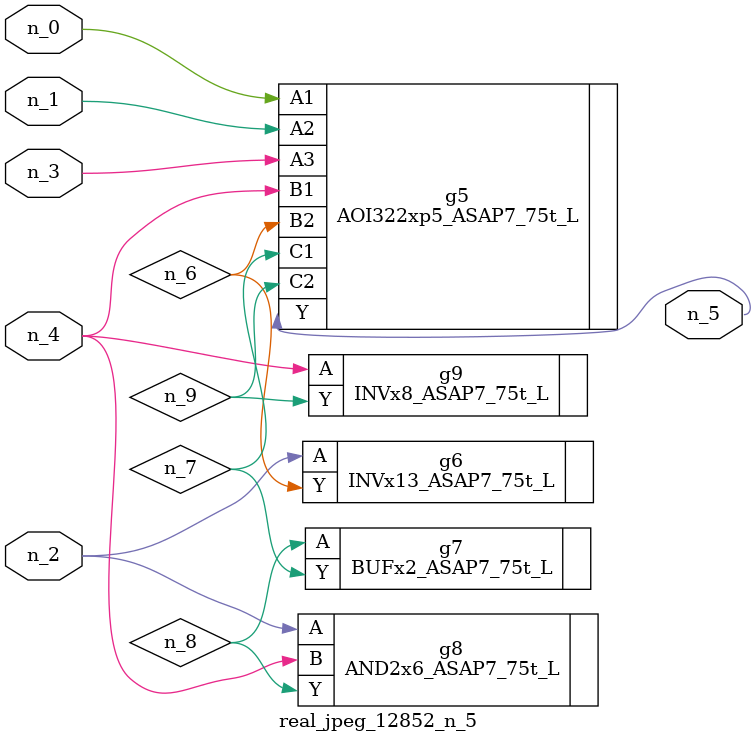
<source format=v>
module real_jpeg_12852_n_5 (n_4, n_0, n_1, n_2, n_3, n_5);

input n_4;
input n_0;
input n_1;
input n_2;
input n_3;

output n_5;

wire n_8;
wire n_6;
wire n_7;
wire n_9;

AOI322xp5_ASAP7_75t_L g5 ( 
.A1(n_0),
.A2(n_1),
.A3(n_3),
.B1(n_4),
.B2(n_6),
.C1(n_7),
.C2(n_9),
.Y(n_5)
);

INVx13_ASAP7_75t_L g6 ( 
.A(n_2),
.Y(n_6)
);

AND2x6_ASAP7_75t_L g8 ( 
.A(n_2),
.B(n_4),
.Y(n_8)
);

INVx8_ASAP7_75t_L g9 ( 
.A(n_4),
.Y(n_9)
);

BUFx2_ASAP7_75t_L g7 ( 
.A(n_8),
.Y(n_7)
);


endmodule
</source>
